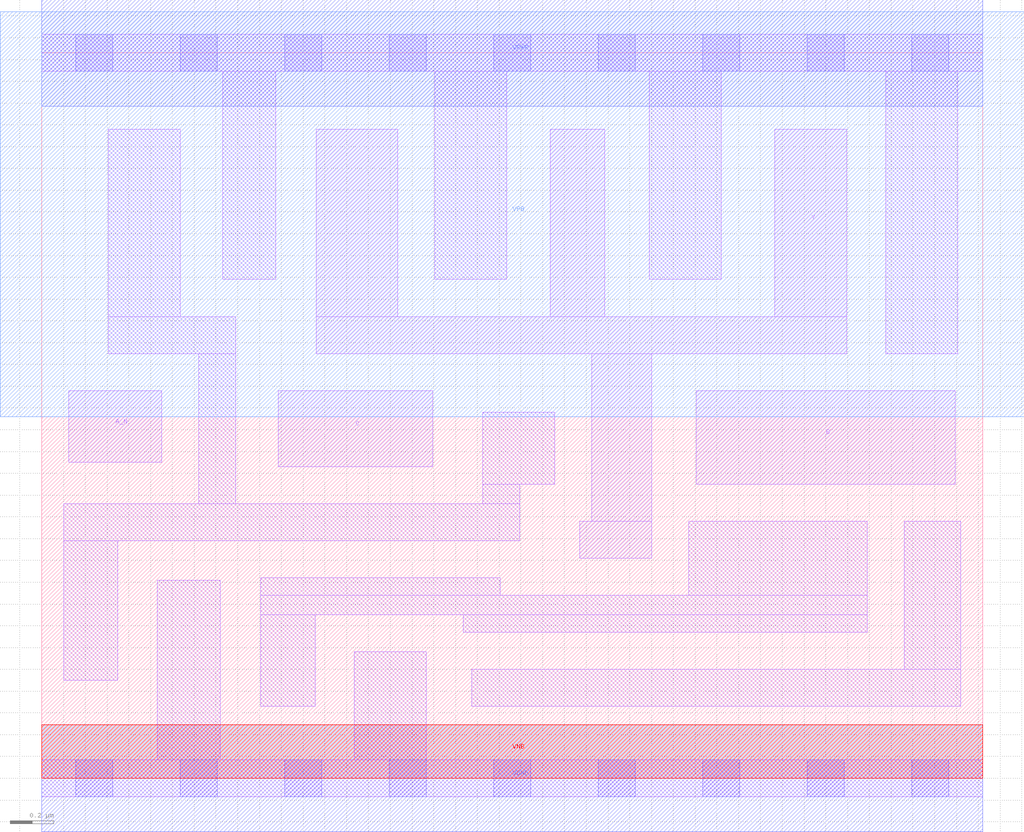
<source format=lef>
# Copyright 2020 The SkyWater PDK Authors
#
# Licensed under the Apache License, Version 2.0 (the "License");
# you may not use this file except in compliance with the License.
# You may obtain a copy of the License at
#
#     https://www.apache.org/licenses/LICENSE-2.0
#
# Unless required by applicable law or agreed to in writing, software
# distributed under the License is distributed on an "AS IS" BASIS,
# WITHOUT WARRANTIES OR CONDITIONS OF ANY KIND, either express or implied.
# See the License for the specific language governing permissions and
# limitations under the License.
#
# SPDX-License-Identifier: Apache-2.0

VERSION 5.7 ;
  NOWIREEXTENSIONATPIN ON ;
  DIVIDERCHAR "/" ;
  BUSBITCHARS "[]" ;
MACRO sky130_fd_sc_ms__nand3b_2
  CLASS CORE ;
  FOREIGN sky130_fd_sc_ms__nand3b_2 ;
  ORIGIN  0.000000  0.000000 ;
  SIZE  4.320000 BY  3.330000 ;
  SYMMETRY X Y ;
  SITE unit ;
  PIN A_N
    ANTENNAGATEAREA  0.276000 ;
    DIRECTION INPUT ;
    USE SIGNAL ;
    PORT
      LAYER li1 ;
        RECT 0.125000 1.450000 0.550000 1.780000 ;
    END
  END A_N
  PIN B
    ANTENNAGATEAREA  0.625200 ;
    DIRECTION INPUT ;
    USE SIGNAL ;
    PORT
      LAYER li1 ;
        RECT 3.005000 1.350000 4.195000 1.780000 ;
    END
  END B
  PIN C
    ANTENNAGATEAREA  0.625200 ;
    DIRECTION INPUT ;
    USE SIGNAL ;
    PORT
      LAYER li1 ;
        RECT 1.085000 1.430000 1.795000 1.780000 ;
    END
  END C
  PIN Y
    ANTENNADIFFAREA  1.232000 ;
    DIRECTION OUTPUT ;
    USE SIGNAL ;
    PORT
      LAYER li1 ;
        RECT 1.260000 1.950000 3.695000 2.120000 ;
        RECT 1.260000 2.120000 1.635000 2.980000 ;
        RECT 2.335000 2.120000 2.585000 2.980000 ;
        RECT 2.470000 1.010000 2.800000 1.180000 ;
        RECT 2.525000 1.180000 2.800000 1.950000 ;
        RECT 3.365000 2.120000 3.695000 2.980000 ;
    END
  END Y
  PIN VGND
    DIRECTION INOUT ;
    USE GROUND ;
    PORT
      LAYER met1 ;
        RECT 0.000000 -0.245000 4.320000 0.245000 ;
    END
  END VGND
  PIN VNB
    DIRECTION INOUT ;
    USE GROUND ;
    PORT
      LAYER pwell ;
        RECT 0.000000 0.000000 4.320000 0.245000 ;
    END
  END VNB
  PIN VPB
    DIRECTION INOUT ;
    USE POWER ;
    PORT
      LAYER nwell ;
        RECT -0.190000 1.660000 4.510000 3.520000 ;
    END
  END VPB
  PIN VPWR
    DIRECTION INOUT ;
    USE POWER ;
    PORT
      LAYER met1 ;
        RECT 0.000000 3.085000 4.320000 3.575000 ;
    END
  END VPWR
  OBS
    LAYER li1 ;
      RECT 0.000000 -0.085000 4.320000 0.085000 ;
      RECT 0.000000  3.245000 4.320000 3.415000 ;
      RECT 0.100000  0.450000 0.350000 1.090000 ;
      RECT 0.100000  1.090000 2.195000 1.260000 ;
      RECT 0.305000  1.950000 0.890000 2.120000 ;
      RECT 0.305000  2.120000 0.635000 2.980000 ;
      RECT 0.530000  0.085000 0.820000 0.910000 ;
      RECT 0.720000  1.260000 0.890000 1.950000 ;
      RECT 0.830000  2.290000 1.075000 3.245000 ;
      RECT 1.005000  0.330000 1.255000 0.750000 ;
      RECT 1.005000  0.750000 3.790000 0.840000 ;
      RECT 1.005000  0.840000 2.105000 0.920000 ;
      RECT 1.435000  0.085000 1.765000 0.580000 ;
      RECT 1.805000  2.290000 2.135000 3.245000 ;
      RECT 1.935000  0.670000 3.790000 0.750000 ;
      RECT 1.975000  0.330000 4.220000 0.500000 ;
      RECT 2.025000  1.260000 2.195000 1.350000 ;
      RECT 2.025000  1.350000 2.355000 1.680000 ;
      RECT 2.790000  2.290000 3.120000 3.245000 ;
      RECT 2.970000  0.840000 3.790000 1.180000 ;
      RECT 3.875000  1.950000 4.205000 3.245000 ;
      RECT 3.960000  0.500000 4.220000 1.180000 ;
    LAYER mcon ;
      RECT 0.155000 -0.085000 0.325000 0.085000 ;
      RECT 0.155000  3.245000 0.325000 3.415000 ;
      RECT 0.635000 -0.085000 0.805000 0.085000 ;
      RECT 0.635000  3.245000 0.805000 3.415000 ;
      RECT 1.115000 -0.085000 1.285000 0.085000 ;
      RECT 1.115000  3.245000 1.285000 3.415000 ;
      RECT 1.595000 -0.085000 1.765000 0.085000 ;
      RECT 1.595000  3.245000 1.765000 3.415000 ;
      RECT 2.075000 -0.085000 2.245000 0.085000 ;
      RECT 2.075000  3.245000 2.245000 3.415000 ;
      RECT 2.555000 -0.085000 2.725000 0.085000 ;
      RECT 2.555000  3.245000 2.725000 3.415000 ;
      RECT 3.035000 -0.085000 3.205000 0.085000 ;
      RECT 3.035000  3.245000 3.205000 3.415000 ;
      RECT 3.515000 -0.085000 3.685000 0.085000 ;
      RECT 3.515000  3.245000 3.685000 3.415000 ;
      RECT 3.995000 -0.085000 4.165000 0.085000 ;
      RECT 3.995000  3.245000 4.165000 3.415000 ;
  END
END sky130_fd_sc_ms__nand3b_2
END LIBRARY

</source>
